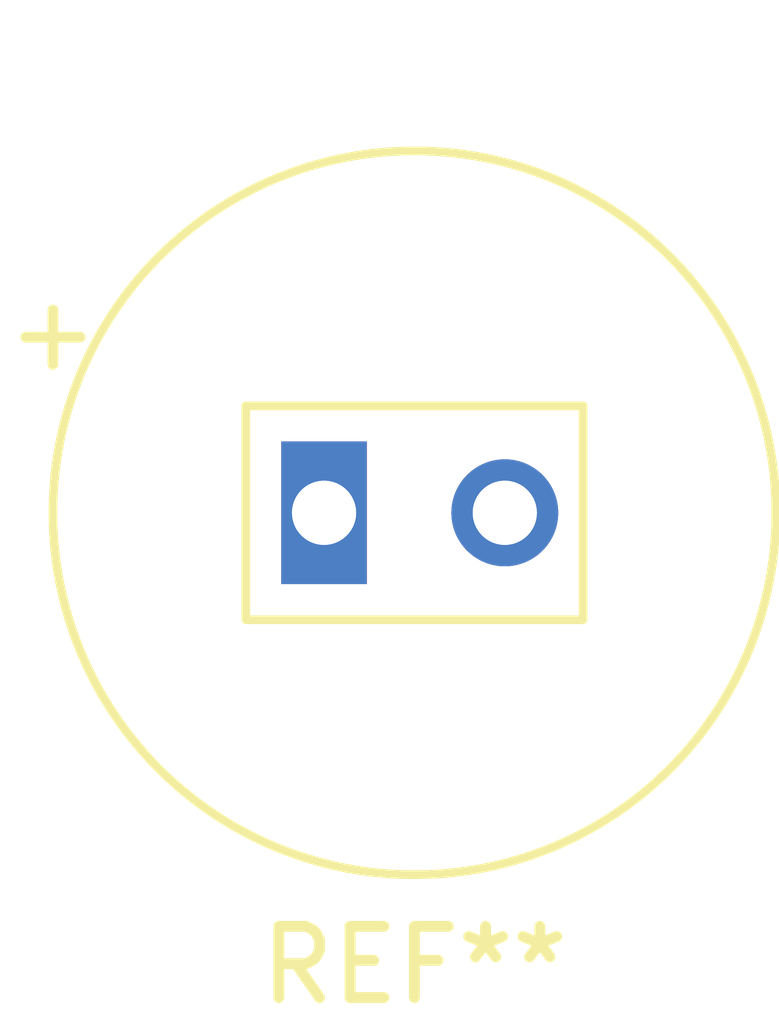
<source format=kicad_pcb>
(kicad_pcb (version 20171130) (host pcbnew "(5.1.12)-1")

  (general
    (thickness 1.6)
    (drawings 0)
    (tracks 0)
    (zones 0)
    (modules 3)
    (nets 1)
  )

  (page A4)
  (layers
    (0 F.Cu signal)
    (31 B.Cu signal)
    (32 B.Adhes user)
    (33 F.Adhes user)
    (34 B.Paste user)
    (35 F.Paste user)
    (36 B.SilkS user)
    (37 F.SilkS user)
    (38 B.Mask user)
    (39 F.Mask user)
    (40 Dwgs.User user)
    (41 Cmts.User user)
    (42 Eco1.User user)
    (43 Eco2.User user)
    (44 Edge.Cuts user)
    (45 Margin user)
    (46 B.CrtYd user)
    (47 F.CrtYd user)
    (48 B.Fab user)
    (49 F.Fab user)
  )

  (setup
    (last_trace_width 0.25)
    (trace_clearance 0.2)
    (zone_clearance 0.508)
    (zone_45_only no)
    (trace_min 0.2)
    (via_size 0.8)
    (via_drill 0.4)
    (via_min_size 0.4)
    (via_min_drill 0.3)
    (uvia_size 0.3)
    (uvia_drill 0.1)
    (uvias_allowed no)
    (uvia_min_size 0.2)
    (uvia_min_drill 0.1)
    (edge_width 0.05)
    (segment_width 0.2)
    (pcb_text_width 0.3)
    (pcb_text_size 1.5 1.5)
    (mod_edge_width 0.12)
    (mod_text_size 1 1)
    (mod_text_width 0.15)
    (pad_size 1.524 1.524)
    (pad_drill 0.762)
    (pad_to_mask_clearance 0)
    (aux_axis_origin 0 0)
    (visible_elements FFFFFF7F)
    (pcbplotparams
      (layerselection 0x010fc_ffffffff)
      (usegerberextensions false)
      (usegerberattributes true)
      (usegerberadvancedattributes true)
      (creategerberjobfile true)
      (excludeedgelayer true)
      (linewidth 0.100000)
      (plotframeref false)
      (viasonmask false)
      (mode 1)
      (useauxorigin false)
      (hpglpennumber 1)
      (hpglpenspeed 20)
      (hpglpendiameter 15.000000)
      (psnegative false)
      (psa4output false)
      (plotreference true)
      (plotvalue true)
      (plotinvisibletext false)
      (padsonsilk false)
      (subtractmaskfromsilk false)
      (outputformat 1)
      (mirror false)
      (drillshape 1)
      (scaleselection 1)
      (outputdirectory ""))
  )

  (net 0 "")

  (net_class Default "This is the default net class."
    (clearance 0.2)
    (trace_width 0.25)
    (via_dia 0.8)
    (via_drill 0.4)
    (uvia_dia 0.3)
    (uvia_drill 0.1)
  )

  (module Varistor:IR1503 (layer F.Cu) (tedit 62421662) (tstamp 624217A4)
    (at 62.23 73.66)
    (fp_text reference REF** (at 0 6.35) (layer F.SilkS)
      (effects (font (size 1 1) (thickness 0.15)))
    )
    (fp_text value IR1503 (at 0 -6.35) (layer F.Fab)
      (effects (font (size 1 1) (thickness 0.15)))
    )
    (fp_line (start -2.37 -1.5) (end 2.37 -1.5) (layer F.SilkS) (width 0.12))
    (fp_line (start 2.37 -1.5) (end 2.37 1.5) (layer F.SilkS) (width 0.12))
    (fp_line (start 2.37 1.5) (end -2.37 1.5) (layer F.SilkS) (width 0.12))
    (fp_line (start -2.37 1.5) (end -2.37 -1.5) (layer F.SilkS) (width 0.12))
    (fp_circle (center 0 0) (end 5.08 0) (layer F.SilkS) (width 0.12))
    (fp_text user + (at -5.08 -2.54) (layer F.SilkS)
      (effects (font (size 1 1) (thickness 0.15)))
    )
    (pad 1 thru_hole rect (at -1.27 0) (size 1.2 2) (drill 0.9) (layers *.Cu *.Mask))
    (pad 2 thru_hole circle (at 1.27 0) (size 1.5 1.5) (drill 0.9) (layers *.Cu *.Mask))
  )

  (module LED_THT:IR1503 (layer F.Cu) (tedit 62421662) (tstamp 624216CE)
    (at 62.23 73.66)
    (fp_text reference REF** (at 0 6.35) (layer F.SilkS)
      (effects (font (size 1 1) (thickness 0.15)))
    )
    (fp_text value IR1503 (at 0 -6.35) (layer F.Fab)
      (effects (font (size 1 1) (thickness 0.15)))
    )
    (fp_line (start -2.37 -1.5) (end 2.37 -1.5) (layer F.SilkS) (width 0.12))
    (fp_line (start 2.37 -1.5) (end 2.37 1.5) (layer F.SilkS) (width 0.12))
    (fp_line (start 2.37 1.5) (end -2.37 1.5) (layer F.SilkS) (width 0.12))
    (fp_line (start -2.37 1.5) (end -2.37 -1.5) (layer F.SilkS) (width 0.12))
    (fp_circle (center 0 0) (end 5.08 0) (layer F.SilkS) (width 0.12))
    (fp_text user + (at -5.08 -2.54) (layer F.SilkS)
      (effects (font (size 1 1) (thickness 0.15)))
    )
    (pad 1 thru_hole rect (at -1.27 0) (size 1.2 2) (drill 0.9) (layers *.Cu *.Mask))
    (pad 2 thru_hole circle (at 1.27 0) (size 1.5 1.5) (drill 0.9) (layers *.Cu *.Mask))
  )

  (module LED_THT:IR1503 (layer F.Cu) (tedit 62421662) (tstamp 624216C2)
    (at 62.23 73.66)
    (fp_text reference REF** (at 0 6.35) (layer F.SilkS)
      (effects (font (size 1 1) (thickness 0.15)))
    )
    (fp_text value IR1503 (at 0 -6.35) (layer F.Fab)
      (effects (font (size 1 1) (thickness 0.15)))
    )
    (fp_line (start -2.37 -1.5) (end 2.37 -1.5) (layer F.SilkS) (width 0.12))
    (fp_line (start 2.37 -1.5) (end 2.37 1.5) (layer F.SilkS) (width 0.12))
    (fp_line (start 2.37 1.5) (end -2.37 1.5) (layer F.SilkS) (width 0.12))
    (fp_line (start -2.37 1.5) (end -2.37 -1.5) (layer F.SilkS) (width 0.12))
    (fp_circle (center 0 0) (end 5.08 0) (layer F.SilkS) (width 0.12))
    (fp_text user + (at -5.08 -2.54) (layer F.SilkS)
      (effects (font (size 1 1) (thickness 0.15)))
    )
    (pad 1 thru_hole rect (at -1.27 0) (size 1.2 2) (drill 0.9) (layers *.Cu *.Mask))
    (pad 2 thru_hole circle (at 1.27 0) (size 1.5 1.5) (drill 0.9) (layers *.Cu *.Mask))
  )

)

</source>
